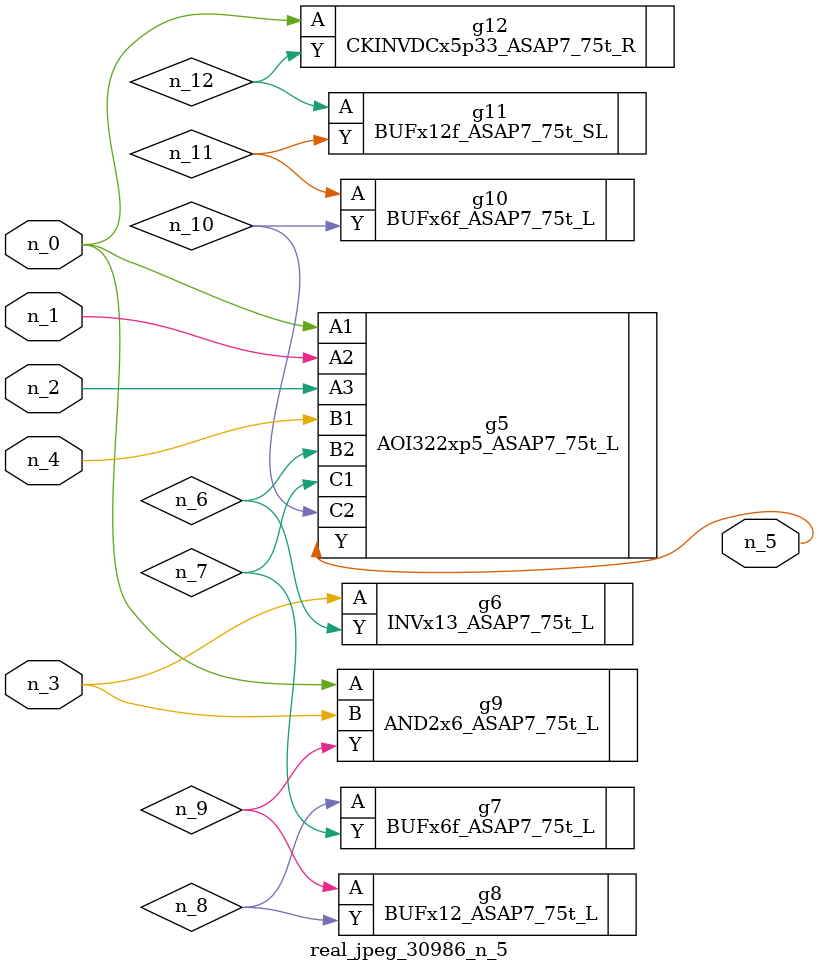
<source format=v>
module real_jpeg_30986_n_5 (n_4, n_0, n_1, n_2, n_3, n_5);

input n_4;
input n_0;
input n_1;
input n_2;
input n_3;

output n_5;

wire n_12;
wire n_8;
wire n_11;
wire n_6;
wire n_7;
wire n_10;
wire n_9;

AOI322xp5_ASAP7_75t_L g5 ( 
.A1(n_0),
.A2(n_1),
.A3(n_2),
.B1(n_4),
.B2(n_6),
.C1(n_7),
.C2(n_10),
.Y(n_5)
);

AND2x6_ASAP7_75t_L g9 ( 
.A(n_0),
.B(n_3),
.Y(n_9)
);

CKINVDCx5p33_ASAP7_75t_R g12 ( 
.A(n_0),
.Y(n_12)
);

INVx13_ASAP7_75t_L g6 ( 
.A(n_3),
.Y(n_6)
);

BUFx6f_ASAP7_75t_L g7 ( 
.A(n_8),
.Y(n_7)
);

BUFx12_ASAP7_75t_L g8 ( 
.A(n_9),
.Y(n_8)
);

BUFx6f_ASAP7_75t_L g10 ( 
.A(n_11),
.Y(n_10)
);

BUFx12f_ASAP7_75t_SL g11 ( 
.A(n_12),
.Y(n_11)
);


endmodule
</source>
